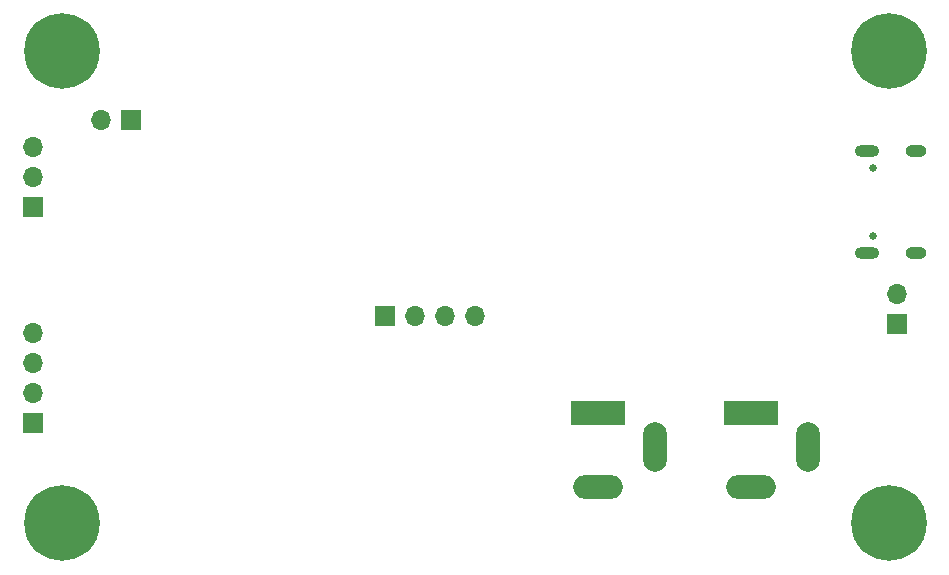
<source format=gbs>
%TF.GenerationSoftware,KiCad,Pcbnew,7.0.6-1.fc37*%
%TF.CreationDate,2023-08-13T21:26:52-07:00*%
%TF.ProjectId,iot_led_strip_pcb,696f745f-6c65-4645-9f73-747269705f70,rev?*%
%TF.SameCoordinates,Original*%
%TF.FileFunction,Soldermask,Bot*%
%TF.FilePolarity,Negative*%
%FSLAX46Y46*%
G04 Gerber Fmt 4.6, Leading zero omitted, Abs format (unit mm)*
G04 Created by KiCad (PCBNEW 7.0.6-1.fc37) date 2023-08-13 21:26:52*
%MOMM*%
%LPD*%
G01*
G04 APERTURE LIST*
%ADD10R,1.700000X1.700000*%
%ADD11O,1.700000X1.700000*%
%ADD12R,4.600000X2.000000*%
%ADD13O,4.200000X2.000000*%
%ADD14O,2.000000X4.200000*%
%ADD15C,0.800000*%
%ADD16C,6.400000*%
%ADD17C,0.649987*%
%ADD18O,2.100000X1.000000*%
%ADD19O,1.800000X1.000000*%
G04 APERTURE END LIST*
D10*
%TO.C,J4*%
X37500000Y-96500000D03*
D11*
X37500000Y-93960000D03*
X37500000Y-91420000D03*
X37500000Y-88880000D03*
%TD*%
D10*
%TO.C,JP4*%
X45800000Y-70800000D03*
D11*
X43260000Y-70800000D03*
%TD*%
D10*
%TO.C,J5*%
X67360000Y-87400000D03*
D11*
X69900000Y-87400000D03*
X72440000Y-87400000D03*
X74980000Y-87400000D03*
%TD*%
D12*
%TO.C,J3*%
X85350000Y-95650000D03*
D13*
X85350000Y-101950000D03*
D14*
X90150000Y-98550000D03*
%TD*%
D15*
%TO.C,H4*%
X107600000Y-105000000D03*
X108302944Y-103302944D03*
X108302944Y-106697056D03*
X110000000Y-102600000D03*
D16*
X110000000Y-105000000D03*
D15*
X110000000Y-107400000D03*
X111697056Y-103302944D03*
X111697056Y-106697056D03*
X112400000Y-105000000D03*
%TD*%
D10*
%TO.C,J7*%
X37500000Y-78200000D03*
D11*
X37500000Y-75660000D03*
X37500000Y-73120000D03*
%TD*%
D15*
%TO.C,H1*%
X37600000Y-65000000D03*
X38302944Y-63302944D03*
X38302944Y-66697056D03*
X40000000Y-62600000D03*
D16*
X40000000Y-65000000D03*
D15*
X40000000Y-67400000D03*
X41697056Y-63302944D03*
X41697056Y-66697056D03*
X42400000Y-65000000D03*
%TD*%
%TO.C,H3*%
X37600000Y-105000000D03*
X38302944Y-103302944D03*
X38302944Y-106697056D03*
X40000000Y-102600000D03*
D16*
X40000000Y-105000000D03*
D15*
X40000000Y-107400000D03*
X41697056Y-103302944D03*
X41697056Y-106697056D03*
X42400000Y-105000000D03*
%TD*%
%TO.C,H2*%
X107600000Y-65000000D03*
X108302944Y-63302944D03*
X108302944Y-66697056D03*
X110000000Y-62600000D03*
D16*
X110000000Y-65000000D03*
D15*
X110000000Y-67400000D03*
X111697056Y-63302944D03*
X111697056Y-66697056D03*
X112400000Y-65000000D03*
%TD*%
D10*
%TO.C,JP1*%
X110644881Y-88095117D03*
D11*
X110644881Y-85555117D03*
%TD*%
D17*
%TO.C,J1*%
X108619939Y-80649987D03*
X108619939Y-74860046D03*
D18*
X108120066Y-82070104D03*
X108120066Y-73430023D03*
D19*
X112300152Y-73430023D03*
X112300152Y-82070104D03*
%TD*%
D12*
%TO.C,J2*%
X98350000Y-95650000D03*
D13*
X98350000Y-101950000D03*
D14*
X103150000Y-98550000D03*
%TD*%
M02*

</source>
